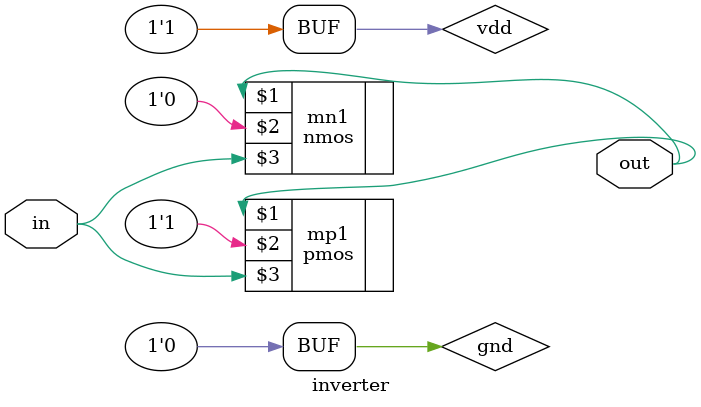
<source format=v>
module inverter(
    input in,
    output out
    );

supply1 vdd;
supply0 gnd;

pmos mp1(out, vdd, in);
nmos mn1(out, gnd, in);

endmodule
</source>
